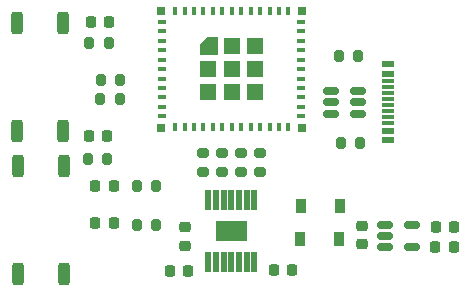
<source format=gbr>
%TF.GenerationSoftware,KiCad,Pcbnew,(6.0.6)*%
%TF.CreationDate,2023-03-25T21:06:23+13:00*%
%TF.ProjectId,remote_pcb,72656d6f-7465-45f7-9063-622e6b696361,rev?*%
%TF.SameCoordinates,Original*%
%TF.FileFunction,Paste,Top*%
%TF.FilePolarity,Positive*%
%FSLAX46Y46*%
G04 Gerber Fmt 4.6, Leading zero omitted, Abs format (unit mm)*
G04 Created by KiCad (PCBNEW (6.0.6)) date 2023-03-25 21:06:23*
%MOMM*%
%LPD*%
G01*
G04 APERTURE LIST*
G04 Aperture macros list*
%AMRoundRect*
0 Rectangle with rounded corners*
0 $1 Rounding radius*
0 $2 $3 $4 $5 $6 $7 $8 $9 X,Y pos of 4 corners*
0 Add a 4 corners polygon primitive as box body*
4,1,4,$2,$3,$4,$5,$6,$7,$8,$9,$2,$3,0*
0 Add four circle primitives for the rounded corners*
1,1,$1+$1,$2,$3*
1,1,$1+$1,$4,$5*
1,1,$1+$1,$6,$7*
1,1,$1+$1,$8,$9*
0 Add four rect primitives between the rounded corners*
20,1,$1+$1,$2,$3,$4,$5,0*
20,1,$1+$1,$4,$5,$6,$7,0*
20,1,$1+$1,$6,$7,$8,$9,0*
20,1,$1+$1,$8,$9,$2,$3,0*%
G04 Aperture macros list end*
%ADD10C,0.010000*%
%ADD11RoundRect,0.250000X-0.250000X0.700000X-0.250000X-0.700000X0.250000X-0.700000X0.250000X0.700000X0*%
%ADD12RoundRect,0.200000X-0.200000X-0.275000X0.200000X-0.275000X0.200000X0.275000X-0.200000X0.275000X0*%
%ADD13RoundRect,0.150000X-0.512500X-0.150000X0.512500X-0.150000X0.512500X0.150000X-0.512500X0.150000X0*%
%ADD14R,0.800000X0.400000*%
%ADD15R,0.400000X0.800000*%
%ADD16R,1.450000X1.450000*%
%ADD17R,0.700000X0.700000*%
%ADD18RoundRect,0.225000X0.225000X0.250000X-0.225000X0.250000X-0.225000X-0.250000X0.225000X-0.250000X0*%
%ADD19RoundRect,0.218750X0.218750X0.256250X-0.218750X0.256250X-0.218750X-0.256250X0.218750X-0.256250X0*%
%ADD20RoundRect,0.225000X-0.250000X0.225000X-0.250000X-0.225000X0.250000X-0.225000X0.250000X0.225000X0*%
%ADD21RoundRect,0.200000X0.200000X0.275000X-0.200000X0.275000X-0.200000X-0.275000X0.200000X-0.275000X0*%
%ADD22R,0.914400X1.219200*%
%ADD23RoundRect,0.020500X-0.184500X0.819500X-0.184500X-0.819500X0.184500X-0.819500X0.184500X0.819500X0*%
%ADD24R,1.140000X0.600000*%
%ADD25R,1.140000X0.300000*%
%ADD26RoundRect,0.225000X-0.225000X-0.250000X0.225000X-0.250000X0.225000X0.250000X-0.225000X0.250000X0*%
%ADD27RoundRect,0.200000X-0.275000X0.200000X-0.275000X-0.200000X0.275000X-0.200000X0.275000X0.200000X0*%
%ADD28RoundRect,0.225000X0.250000X-0.225000X0.250000X0.225000X-0.250000X0.225000X-0.250000X-0.225000X0*%
G04 APERTURE END LIST*
%TO.C,U1*%
G36*
X168750000Y-64450000D02*
G01*
X167300000Y-64450000D01*
X167300000Y-63600000D01*
X167900000Y-63000000D01*
X168750000Y-63000000D01*
X168750000Y-64450000D01*
G37*
D10*
X168750000Y-64450000D02*
X167300000Y-64450000D01*
X167300000Y-63600000D01*
X167900000Y-63000000D01*
X168750000Y-63000000D01*
X168750000Y-64450000D01*
%TO.C,U3*%
G36*
X171211400Y-80211400D02*
G01*
X168691400Y-80211400D01*
X168691400Y-78551400D01*
X171211400Y-78551400D01*
X171211400Y-80211400D01*
G37*
X171211400Y-80211400D02*
X168691400Y-80211400D01*
X168691400Y-78551400D01*
X171211400Y-78551400D01*
X171211400Y-80211400D01*
%TD*%
D11*
%TO.C,U6*%
X155797800Y-73936000D03*
X155797800Y-83036000D03*
X151897800Y-83036000D03*
X151897800Y-73936000D03*
%TD*%
%TO.C,U5*%
X155727400Y-61842200D03*
X155727400Y-70942200D03*
X151827400Y-70942200D03*
X151827400Y-61842200D03*
%TD*%
D12*
%TO.C,R5*%
X157800000Y-73300000D03*
X159450000Y-73300000D03*
%TD*%
D13*
%TO.C,U2*%
X178415100Y-67579200D03*
X178415100Y-68529200D03*
X178415100Y-69479200D03*
X180690100Y-69479200D03*
X180690100Y-68529200D03*
X180690100Y-67579200D03*
%TD*%
D12*
%TO.C,R1*%
X161950000Y-78900000D03*
X163600000Y-78900000D03*
%TD*%
D14*
%TO.C,U1*%
X164100000Y-61700000D03*
X164100000Y-62500000D03*
X164100000Y-63300000D03*
X164100000Y-64100000D03*
X164100000Y-64900000D03*
X164100000Y-65700000D03*
X164100000Y-66500000D03*
X164100000Y-67300000D03*
X164100000Y-68100000D03*
X164100000Y-68900000D03*
X164100000Y-69700000D03*
D15*
X165200000Y-70600000D03*
X166000000Y-70600000D03*
X166800000Y-70600000D03*
X167600000Y-70600000D03*
X168400000Y-70600000D03*
X169200000Y-70600000D03*
X170000000Y-70600000D03*
X170800000Y-70600000D03*
X171600000Y-70600000D03*
X172400000Y-70600000D03*
X173200000Y-70600000D03*
X174000000Y-70600000D03*
X174800000Y-70600000D03*
D14*
X175900000Y-69700000D03*
X175900000Y-68900000D03*
X175900000Y-68100000D03*
X175900000Y-67300000D03*
X175900000Y-66500000D03*
X175900000Y-65700000D03*
X175900000Y-64900000D03*
X175900000Y-64100000D03*
X175900000Y-63300000D03*
X175900000Y-62500000D03*
X175900000Y-61700000D03*
D15*
X174800000Y-60800000D03*
X174000000Y-60800000D03*
X173200000Y-60800000D03*
X172400000Y-60800000D03*
X171600000Y-60800000D03*
X170800000Y-60800000D03*
X170000000Y-60800000D03*
X169200000Y-60800000D03*
X168400000Y-60800000D03*
X167600000Y-60800000D03*
X166800000Y-60800000D03*
X166000000Y-60800000D03*
X165200000Y-60800000D03*
D16*
X170000000Y-63725000D03*
X171975000Y-63725000D03*
X171975000Y-65700000D03*
X171975000Y-67675000D03*
X170000000Y-67675000D03*
X168025000Y-67675000D03*
X168025000Y-65700000D03*
X170000000Y-65700000D03*
D17*
X175950000Y-60750000D03*
X175950000Y-70650000D03*
X164050000Y-70650000D03*
X164050000Y-60750000D03*
%TD*%
D18*
%TO.C,C8*%
X166300000Y-82800000D03*
X164750000Y-82800000D03*
%TD*%
D19*
%TO.C,D4*%
X160037500Y-75600000D03*
X158462500Y-75600000D03*
%TD*%
D20*
%TO.C,C1*%
X181038300Y-79000000D03*
X181038300Y-80550000D03*
%TD*%
D18*
%TO.C,C7*%
X175100000Y-82700000D03*
X173550000Y-82700000D03*
%TD*%
D21*
%TO.C,R3*%
X180700000Y-64600000D03*
X179050000Y-64600000D03*
%TD*%
%TO.C,R2*%
X180900000Y-72000000D03*
X179250000Y-72000000D03*
%TD*%
D22*
%TO.C,D3*%
X175800000Y-80100000D03*
X179076600Y-80100000D03*
%TD*%
D12*
%TO.C,R6*%
X158875000Y-68200000D03*
X160525000Y-68200000D03*
%TD*%
D23*
%TO.C,U3*%
X171901400Y-76766400D03*
X171251400Y-76766400D03*
X170601400Y-76766400D03*
X169951400Y-76766400D03*
X169301400Y-76766400D03*
X168651400Y-76766400D03*
X168001400Y-76766400D03*
X168001400Y-81996400D03*
X168651400Y-81996400D03*
X169301400Y-81996400D03*
X169951400Y-81996400D03*
X170601400Y-81996400D03*
X171251400Y-81996400D03*
X171901400Y-81996400D03*
%TD*%
D24*
%TO.C,J1*%
X183235400Y-71703800D03*
X183235400Y-70903800D03*
D25*
X183235400Y-69753800D03*
X183235400Y-68753800D03*
X183235400Y-68253800D03*
X183235400Y-67253800D03*
D24*
X183235400Y-65303800D03*
X183235400Y-66103800D03*
D25*
X183235400Y-66753800D03*
X183235400Y-67753800D03*
X183235400Y-69253800D03*
X183235400Y-70253800D03*
%TD*%
D26*
%TO.C,C4*%
X158050000Y-61700000D03*
X159600000Y-61700000D03*
%TD*%
D18*
%TO.C,C5*%
X159450000Y-71400000D03*
X157900000Y-71400000D03*
%TD*%
D21*
%TO.C,R4*%
X159600000Y-63500000D03*
X157950000Y-63500000D03*
%TD*%
D19*
%TO.C,D2*%
X158425000Y-78700000D03*
X160000000Y-78700000D03*
%TD*%
D27*
%TO.C,R10*%
X169164000Y-72771000D03*
X169164000Y-74421000D03*
%TD*%
D26*
%TO.C,C3*%
X187288300Y-79050000D03*
X188838300Y-79050000D03*
%TD*%
D27*
%TO.C,R11*%
X172364400Y-72771000D03*
X172364400Y-74421000D03*
%TD*%
D22*
%TO.C,D1*%
X175861700Y-77300000D03*
X179138300Y-77300000D03*
%TD*%
D27*
%TO.C,R12*%
X167563800Y-72771000D03*
X167563800Y-74421000D03*
%TD*%
%TO.C,R9*%
X170764200Y-72771000D03*
X170764200Y-74421000D03*
%TD*%
D13*
%TO.C,U4*%
X183000800Y-78900000D03*
X183000800Y-79850000D03*
X183000800Y-80800000D03*
X185275800Y-80800000D03*
X185275800Y-78900000D03*
%TD*%
D21*
%TO.C,R7*%
X160550000Y-66600000D03*
X158900000Y-66600000D03*
%TD*%
D26*
%TO.C,C2*%
X187238300Y-80750000D03*
X188788300Y-80750000D03*
%TD*%
D28*
%TO.C,C6*%
X166000000Y-80650000D03*
X166000000Y-79100000D03*
%TD*%
D12*
%TO.C,R8*%
X161950000Y-75600000D03*
X163600000Y-75600000D03*
%TD*%
M02*

</source>
